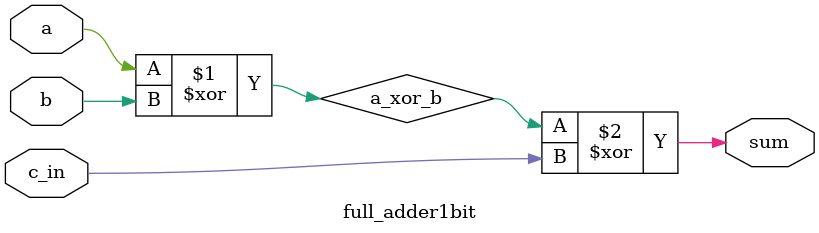
<source format=v>
module full_adder1bit (output sum, input a, b, c_in);
	xor xor1 (a_xor_b, a, b);
	xor xor2 (sum, a_xor_b, c_in);
	and and1 (a_xor_b_AND_c_in, a_xor_b, c_in);
	and and2 (a_and_b, a, b);
	or or1 (c_out, a_xor_b_AND_c_in, a_and_b);
endmodule
</source>
